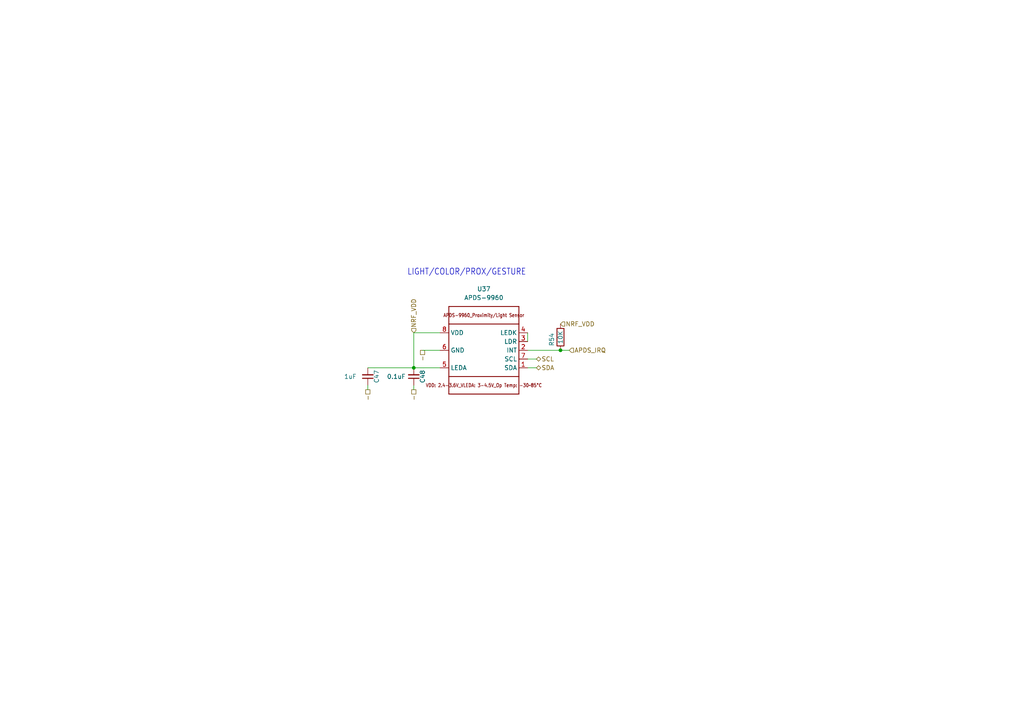
<source format=kicad_sch>
(kicad_sch (version 20211123) (generator eeschema)

  (uuid 82f5711a-d48b-4258-b89a-3e7729cc23d3)

  (paper "A4")

  (lib_symbols
    (symbol "Device:C_Small" (pin_numbers hide) (pin_names (offset 0.254) hide) (in_bom yes) (on_board yes)
      (property "Reference" "C" (id 0) (at 0.254 1.778 0)
        (effects (font (size 1.27 1.27)) (justify left))
      )
      (property "Value" "C_Small" (id 1) (at 0.254 -2.032 0)
        (effects (font (size 1.27 1.27)) (justify left))
      )
      (property "Footprint" "" (id 2) (at 0 0 0)
        (effects (font (size 1.27 1.27)) hide)
      )
      (property "Datasheet" "~" (id 3) (at 0 0 0)
        (effects (font (size 1.27 1.27)) hide)
      )
      (property "ki_keywords" "capacitor cap" (id 4) (at 0 0 0)
        (effects (font (size 1.27 1.27)) hide)
      )
      (property "ki_description" "Unpolarized capacitor, small symbol" (id 5) (at 0 0 0)
        (effects (font (size 1.27 1.27)) hide)
      )
      (property "ki_fp_filters" "C_*" (id 6) (at 0 0 0)
        (effects (font (size 1.27 1.27)) hide)
      )
      (symbol "C_Small_0_1"
        (polyline
          (pts
            (xy -1.524 -0.508)
            (xy 1.524 -0.508)
          )
          (stroke (width 0.3302) (type default) (color 0 0 0 0))
          (fill (type none))
        )
        (polyline
          (pts
            (xy -1.524 0.508)
            (xy 1.524 0.508)
          )
          (stroke (width 0.3048) (type default) (color 0 0 0 0))
          (fill (type none))
        )
      )
      (symbol "C_Small_1_1"
        (pin passive line (at 0 2.54 270) (length 2.032)
          (name "~" (effects (font (size 1.27 1.27))))
          (number "1" (effects (font (size 1.27 1.27))))
        )
        (pin passive line (at 0 -2.54 90) (length 2.032)
          (name "~" (effects (font (size 1.27 1.27))))
          (number "2" (effects (font (size 1.27 1.27))))
        )
      )
    )
    (symbol "Device:R" (pin_numbers hide) (pin_names (offset 0)) (in_bom yes) (on_board yes)
      (property "Reference" "R" (id 0) (at 2.032 0 90)
        (effects (font (size 1.27 1.27)))
      )
      (property "Value" "R" (id 1) (at 0 0 90)
        (effects (font (size 1.27 1.27)))
      )
      (property "Footprint" "" (id 2) (at -1.778 0 90)
        (effects (font (size 1.27 1.27)) hide)
      )
      (property "Datasheet" "~" (id 3) (at 0 0 0)
        (effects (font (size 1.27 1.27)) hide)
      )
      (property "ki_keywords" "R res resistor" (id 4) (at 0 0 0)
        (effects (font (size 1.27 1.27)) hide)
      )
      (property "ki_description" "Resistor" (id 5) (at 0 0 0)
        (effects (font (size 1.27 1.27)) hide)
      )
      (property "ki_fp_filters" "R_*" (id 6) (at 0 0 0)
        (effects (font (size 1.27 1.27)) hide)
      )
      (symbol "R_0_1"
        (rectangle (start -1.016 -2.54) (end 1.016 2.54)
          (stroke (width 0.254) (type default) (color 0 0 0 0))
          (fill (type none))
        )
      )
      (symbol "R_1_1"
        (pin passive line (at 0 3.81 270) (length 1.27)
          (name "~" (effects (font (size 1.27 1.27))))
          (number "1" (effects (font (size 1.27 1.27))))
        )
        (pin passive line (at 0 -3.81 90) (length 1.27)
          (name "~" (effects (font (size 1.27 1.27))))
          (number "2" (effects (font (size 1.27 1.27))))
        )
      )
    )
    (symbol "Library:APDS-9960" (in_bom yes) (on_board yes)
      (property "Reference" "U" (id 0) (at 0 1.27 0)
        (effects (font (size 1.27 1.27)))
      )
      (property "Value" "APDS-9960" (id 1) (at 0 -1.27 0)
        (effects (font (size 1.27 1.27)))
      )
      (property "Footprint" "Library:APDS-9960" (id 2) (at 0 14.605 0)
        (effects (font (size 1.27 1.27)) hide)
      )
      (property "Datasheet" "" (id 3) (at 0 14.605 0)
        (effects (font (size 1.27 1.27)) hide)
      )
      (symbol "APDS-9960_1_0"
        (polyline
          (pts
            (xy -10.16 -12.7)
            (xy 10.16 -12.7)
          )
          (stroke (width 0.254) (type default) (color 0 0 0 0))
          (fill (type none))
        )
        (polyline
          (pts
            (xy -10.16 -7.62)
            (xy -10.16 -12.7)
          )
          (stroke (width 0.254) (type default) (color 0 0 0 0))
          (fill (type none))
        )
        (polyline
          (pts
            (xy -10.16 -7.62)
            (xy -10.16 7.62)
          )
          (stroke (width 0.254) (type default) (color 0 0 0 0))
          (fill (type none))
        )
        (polyline
          (pts
            (xy -10.16 7.62)
            (xy -10.16 12.7)
          )
          (stroke (width 0.254) (type default) (color 0 0 0 0))
          (fill (type none))
        )
        (polyline
          (pts
            (xy -10.16 7.62)
            (xy 10.16 7.62)
          )
          (stroke (width 0.254) (type default) (color 0 0 0 0))
          (fill (type none))
        )
        (polyline
          (pts
            (xy -10.16 12.7)
            (xy 10.16 12.7)
          )
          (stroke (width 0.254) (type default) (color 0 0 0 0))
          (fill (type none))
        )
        (polyline
          (pts
            (xy 10.16 -12.7)
            (xy 10.16 -7.62)
          )
          (stroke (width 0.254) (type default) (color 0 0 0 0))
          (fill (type none))
        )
        (polyline
          (pts
            (xy 10.16 -7.62)
            (xy -10.16 -7.62)
          )
          (stroke (width 0.254) (type default) (color 0 0 0 0))
          (fill (type none))
        )
        (polyline
          (pts
            (xy 10.16 7.62)
            (xy 10.16 -7.62)
          )
          (stroke (width 0.254) (type default) (color 0 0 0 0))
          (fill (type none))
        )
        (polyline
          (pts
            (xy 10.16 12.7)
            (xy 10.16 7.62)
          )
          (stroke (width 0.254) (type default) (color 0 0 0 0))
          (fill (type none))
        )
        (text "APDS-9960_Proximity/Light Sensor" (at 0 10.16 0)
          (effects (font (size 1.016 0.8636)))
        )
        (text "VDD: 2.4-3.6V_VLEDA: 3-4.5V_Op Temp: -30~85°C" (at 0 -10.16 0)
          (effects (font (size 1.016 0.8636)))
        )
        (pin bidirectional line (at 12.7 -5.08 180) (length 2.54)
          (name "SDA" (effects (font (size 1.27 1.27))))
          (number "1" (effects (font (size 1.27 1.27))))
        )
        (pin output line (at 12.7 0 180) (length 2.54)
          (name "INT" (effects (font (size 1.27 1.27))))
          (number "2" (effects (font (size 1.27 1.27))))
        )
        (pin bidirectional line (at 12.7 2.54 180) (length 2.54)
          (name "LDR" (effects (font (size 1.27 1.27))))
          (number "3" (effects (font (size 1.27 1.27))))
        )
        (pin bidirectional line (at 12.7 5.08 180) (length 2.54)
          (name "LEDK" (effects (font (size 1.27 1.27))))
          (number "4" (effects (font (size 1.27 1.27))))
        )
        (pin power_in line (at -12.7 -5.08 0) (length 2.54)
          (name "LEDA" (effects (font (size 1.27 1.27))))
          (number "5" (effects (font (size 1.27 1.27))))
        )
        (pin power_in line (at -12.7 0 0) (length 2.54)
          (name "GND" (effects (font (size 1.27 1.27))))
          (number "6" (effects (font (size 1.27 1.27))))
        )
        (pin input line (at 12.7 -2.54 180) (length 2.54)
          (name "SCL" (effects (font (size 1.27 1.27))))
          (number "7" (effects (font (size 1.27 1.27))))
        )
        (pin power_in line (at -12.7 5.08 0) (length 2.54)
          (name "VDD" (effects (font (size 1.27 1.27))))
          (number "8" (effects (font (size 1.27 1.27))))
        )
      )
    )
  )

  (junction (at 162.56 101.6) (diameter 0) (color 0 0 0 0)
    (uuid b3a3fab8-4322-4308-8237-3bc6b03356d7)
  )
  (junction (at 120.015 106.68) (diameter 0) (color 0 0 0 0)
    (uuid e5ae53e3-c216-4ea4-a75b-01dff5e64869)
  )

  (wire (pts (xy 155.575 104.14) (xy 153.035 104.14))
    (stroke (width 0) (type default) (color 0 0 0 0))
    (uuid 12fc2cdd-6b9e-4c1f-865c-068f8337f161)
  )
  (wire (pts (xy 120.015 106.68) (xy 127.635 106.68))
    (stroke (width 0) (type default) (color 0 0 0 0))
    (uuid 2b9a485c-08b7-4058-ad2c-c99673a36415)
  )
  (wire (pts (xy 120.015 96.52) (xy 120.015 106.68))
    (stroke (width 0) (type default) (color 0 0 0 0))
    (uuid 2df802fd-2a0e-4f7d-bb95-fff719d29b15)
  )
  (wire (pts (xy 122.555 101.6) (xy 127.635 101.6))
    (stroke (width 0) (type default) (color 0 0 0 0))
    (uuid 59c938f3-7892-4264-bf1d-6710532b8984)
  )
  (wire (pts (xy 153.035 96.52) (xy 153.035 99.06))
    (stroke (width 0) (type default) (color 0 0 0 0))
    (uuid 76981513-9397-4d76-ac4b-4aa3b79c1969)
  )
  (wire (pts (xy 162.56 101.6) (xy 153.035 101.6))
    (stroke (width 0) (type default) (color 0 0 0 0))
    (uuid 7d792199-8837-4f93-b4da-b13a78fb3aa4)
  )
  (wire (pts (xy 155.575 106.68) (xy 153.035 106.68))
    (stroke (width 0) (type default) (color 0 0 0 0))
    (uuid 84338abb-851b-46fa-bac9-924dac99e7af)
  )
  (wire (pts (xy 165.1 101.6) (xy 162.56 101.6))
    (stroke (width 0) (type default) (color 0 0 0 0))
    (uuid 9d0e7995-4aca-4256-9f69-c400475d15ff)
  )
  (wire (pts (xy 127.635 96.52) (xy 120.015 96.52))
    (stroke (width 0) (type default) (color 0 0 0 0))
    (uuid d44c659b-34a8-4368-97f2-464db4aadf16)
  )
  (wire (pts (xy 106.68 113.03) (xy 106.68 111.76))
    (stroke (width 0) (type default) (color 0 0 0 0))
    (uuid d55c5cef-0faf-4900-b5a1-e4ffe5ae9829)
  )
  (wire (pts (xy 106.68 106.68) (xy 120.015 106.68))
    (stroke (width 0) (type default) (color 0 0 0 0))
    (uuid dea7e9da-64c6-48f4-8b7d-790f982d8bca)
  )
  (wire (pts (xy 120.015 113.03) (xy 120.015 111.76))
    (stroke (width 0) (type default) (color 0 0 0 0))
    (uuid eb3f89b8-0abf-4432-a32e-a94314267577)
  )

  (text "LIGHT/COLOR/PROX/GESTURE" (at 118.11 80.01 180)
    (effects (font (size 1.778 1.5113)) (justify left bottom))
    (uuid dd56023f-6a0a-4546-9a7e-619c222db2e1)
  )

  (hierarchical_label "NRF_VDD" (shape input) (at 162.56 93.98 0)
    (effects (font (size 1.27 1.27)) (justify left))
    (uuid 513bf52f-b8e1-4398-9536-f9d8d6ffc00f)
  )
  (hierarchical_label "-" (shape passive) (at 106.68 113.03 270)
    (effects (font (size 1.27 1.27)) (justify right))
    (uuid 7b252572-db94-4ef5-8d68-924cefa2abca)
  )
  (hierarchical_label "-" (shape passive) (at 122.555 101.6 270)
    (effects (font (size 1.27 1.27)) (justify right))
    (uuid 811b9b21-7ef7-4b1d-ad8f-2f1c08aa98f4)
  )
  (hierarchical_label "NRF_VDD" (shape input) (at 120.015 96.52 90)
    (effects (font (size 1.27 1.27)) (justify left))
    (uuid 8a750bdd-fa31-4d18-8832-2b4598edff83)
  )
  (hierarchical_label "SDA" (shape bidirectional) (at 155.575 106.68 0)
    (effects (font (size 1.27 1.27)) (justify left))
    (uuid 9bcc215a-fd0e-416c-a4fb-237271733032)
  )
  (hierarchical_label "-" (shape passive) (at 120.015 113.03 270)
    (effects (font (size 1.27 1.27)) (justify right))
    (uuid a0ad0b65-3f45-4862-8f6a-1800f24c08fb)
  )
  (hierarchical_label "SCL" (shape bidirectional) (at 155.575 104.14 0)
    (effects (font (size 1.27 1.27)) (justify left))
    (uuid c810c4a3-6f56-4e7c-8109-065cecf3fcac)
  )
  (hierarchical_label "APDS_IRQ" (shape input) (at 165.1 101.6 0)
    (effects (font (size 1.27 1.27)) (justify left))
    (uuid ffc6009a-b62c-42f4-95ff-d8f4190d502a)
  )

  (symbol (lib_id "Device:C_Small") (at 120.015 109.22 180) (unit 1)
    (in_bom yes) (on_board yes)
    (uuid 03892624-29df-4f62-bcf9-cf76853fa98d)
    (property "Reference" "C48" (id 0) (at 122.555 109.22 90))
    (property "Value" "0.1uF" (id 1) (at 114.935 109.22 0))
    (property "Footprint" "Capacitor_SMD:C_0402_1005Metric" (id 2) (at 120.015 109.22 0)
      (effects (font (size 1.27 1.27)) hide)
    )
    (property "Datasheet" "~" (id 3) (at 120.015 109.22 0)
      (effects (font (size 1.27 1.27)) hide)
    )
    (pin "1" (uuid 0a4a2dea-a3c1-476e-b7df-7a7ba7f3687d))
    (pin "2" (uuid 63c47dec-9832-48a8-93d0-629c7074bcb0))
  )

  (symbol (lib_id "Device:R") (at 162.56 97.79 180) (unit 1)
    (in_bom yes) (on_board yes)
    (uuid 97204fb6-2f3a-4fcc-8e63-f476cdbfe29a)
    (property "Reference" "R54" (id 0) (at 160.02 96.52 90)
      (effects (font (size 1.27 1.27)) (justify left))
    )
    (property "Value" "10K" (id 1) (at 162.56 95.885 90)
      (effects (font (size 1.27 1.27)) (justify left))
    )
    (property "Footprint" "Resistor_SMD:R_0402_1005Metric" (id 2) (at 164.338 97.79 90)
      (effects (font (size 1.27 1.27)) hide)
    )
    (property "Datasheet" "~" (id 3) (at 162.56 97.79 0)
      (effects (font (size 1.27 1.27)) hide)
    )
    (pin "1" (uuid 1db6f150-4012-4164-afb6-391ae043e83f))
    (pin "2" (uuid da988756-a0b4-4a23-8606-c21d41c6a622))
  )

  (symbol (lib_id "Device:C_Small") (at 106.68 109.22 180) (unit 1)
    (in_bom yes) (on_board yes)
    (uuid 9bdd0857-f99b-449c-acb0-bf7e5a407ef0)
    (property "Reference" "C47" (id 0) (at 109.22 109.22 90))
    (property "Value" "1uF" (id 1) (at 101.6 109.22 0))
    (property "Footprint" "Capacitor_SMD:C_0402_1005Metric" (id 2) (at 106.68 109.22 0)
      (effects (font (size 1.27 1.27)) hide)
    )
    (property "Datasheet" "~" (id 3) (at 106.68 109.22 0)
      (effects (font (size 1.27 1.27)) hide)
    )
    (pin "1" (uuid c1fe8956-1be3-451b-a34f-9cfb62302511))
    (pin "2" (uuid fc6d44da-a5fb-487b-9a5a-a678f01bcf78))
  )

  (symbol (lib_id "Library:APDS-9960") (at 140.335 101.6 0) (unit 1)
    (in_bom yes) (on_board yes) (fields_autoplaced)
    (uuid ce47d5d8-b416-4822-9f4b-fdaef35376c0)
    (property "Reference" "U37" (id 0) (at 140.335 83.82 0))
    (property "Value" "APDS-9960" (id 1) (at 140.335 86.36 0))
    (property "Footprint" "Library:APDS-9960" (id 2) (at 140.335 86.995 0)
      (effects (font (size 1.27 1.27)) hide)
    )
    (property "Datasheet" "" (id 3) (at 140.335 86.995 0)
      (effects (font (size 1.27 1.27)) hide)
    )
    (pin "1" (uuid 0fb4da83-88d2-4fed-8054-87dd2b43fe56))
    (pin "2" (uuid 3c0800fd-3661-40bd-8584-8d9bf74908c7))
    (pin "3" (uuid 565200ee-21d5-4856-854d-6c924f4f0d28))
    (pin "4" (uuid 59d8481b-b580-459a-a627-ba864e01c04b))
    (pin "5" (uuid fe29ff40-4801-43e6-b212-3452c37d7a8a))
    (pin "6" (uuid ffcbb95a-e991-4006-85d8-9929dc439e2e))
    (pin "7" (uuid f81b7259-55e5-4882-8627-ab7864586adf))
    (pin "8" (uuid c976c229-9b2f-4c98-852d-35c2f558373f))
  )
)

</source>
